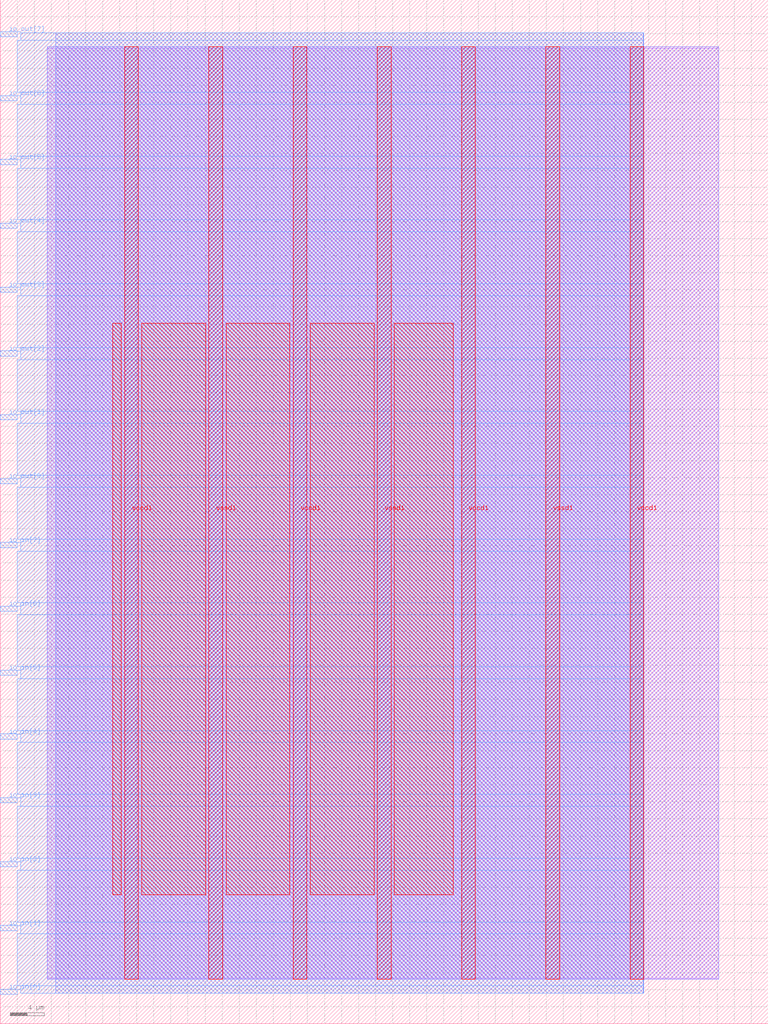
<source format=lef>
VERSION 5.7 ;
  NOWIREEXTENSIONATPIN ON ;
  DIVIDERCHAR "/" ;
  BUSBITCHARS "[]" ;
MACRO azdle_binary_clock
  CLASS BLOCK ;
  FOREIGN azdle_binary_clock ;
  ORIGIN 0.000 0.000 ;
  SIZE 90.000 BY 120.000 ;
  PIN io_in[0]
    DIRECTION INPUT ;
    USE SIGNAL ;
    PORT
      LAYER met3 ;
        RECT 0.000 3.440 2.000 4.040 ;
    END
  END io_in[0]
  PIN io_in[1]
    DIRECTION INPUT ;
    USE SIGNAL ;
    PORT
      LAYER met3 ;
        RECT 0.000 10.920 2.000 11.520 ;
    END
  END io_in[1]
  PIN io_in[2]
    DIRECTION INPUT ;
    USE SIGNAL ;
    PORT
      LAYER met3 ;
        RECT 0.000 18.400 2.000 19.000 ;
    END
  END io_in[2]
  PIN io_in[3]
    DIRECTION INPUT ;
    USE SIGNAL ;
    PORT
      LAYER met3 ;
        RECT 0.000 25.880 2.000 26.480 ;
    END
  END io_in[3]
  PIN io_in[4]
    DIRECTION INPUT ;
    USE SIGNAL ;
    PORT
      LAYER met3 ;
        RECT 0.000 33.360 2.000 33.960 ;
    END
  END io_in[4]
  PIN io_in[5]
    DIRECTION INPUT ;
    USE SIGNAL ;
    PORT
      LAYER met3 ;
        RECT 0.000 40.840 2.000 41.440 ;
    END
  END io_in[5]
  PIN io_in[6]
    DIRECTION INPUT ;
    USE SIGNAL ;
    PORT
      LAYER met3 ;
        RECT 0.000 48.320 2.000 48.920 ;
    END
  END io_in[6]
  PIN io_in[7]
    DIRECTION INPUT ;
    USE SIGNAL ;
    PORT
      LAYER met3 ;
        RECT 0.000 55.800 2.000 56.400 ;
    END
  END io_in[7]
  PIN io_out[0]
    DIRECTION OUTPUT TRISTATE ;
    USE SIGNAL ;
    PORT
      LAYER met3 ;
        RECT 0.000 63.280 2.000 63.880 ;
    END
  END io_out[0]
  PIN io_out[1]
    DIRECTION OUTPUT TRISTATE ;
    USE SIGNAL ;
    PORT
      LAYER met3 ;
        RECT 0.000 70.760 2.000 71.360 ;
    END
  END io_out[1]
  PIN io_out[2]
    DIRECTION OUTPUT TRISTATE ;
    USE SIGNAL ;
    PORT
      LAYER met3 ;
        RECT 0.000 78.240 2.000 78.840 ;
    END
  END io_out[2]
  PIN io_out[3]
    DIRECTION OUTPUT TRISTATE ;
    USE SIGNAL ;
    PORT
      LAYER met3 ;
        RECT 0.000 85.720 2.000 86.320 ;
    END
  END io_out[3]
  PIN io_out[4]
    DIRECTION OUTPUT TRISTATE ;
    USE SIGNAL ;
    PORT
      LAYER met3 ;
        RECT 0.000 93.200 2.000 93.800 ;
    END
  END io_out[4]
  PIN io_out[5]
    DIRECTION OUTPUT TRISTATE ;
    USE SIGNAL ;
    PORT
      LAYER met3 ;
        RECT 0.000 100.680 2.000 101.280 ;
    END
  END io_out[5]
  PIN io_out[6]
    DIRECTION OUTPUT TRISTATE ;
    USE SIGNAL ;
    PORT
      LAYER met3 ;
        RECT 0.000 108.160 2.000 108.760 ;
    END
  END io_out[6]
  PIN io_out[7]
    DIRECTION OUTPUT TRISTATE ;
    USE SIGNAL ;
    PORT
      LAYER met3 ;
        RECT 0.000 115.640 2.000 116.240 ;
    END
  END io_out[7]
  PIN vccd1
    DIRECTION INOUT ;
    USE POWER ;
    PORT
      LAYER met4 ;
        RECT 14.590 5.200 16.190 114.480 ;
    END
    PORT
      LAYER met4 ;
        RECT 34.330 5.200 35.930 114.480 ;
    END
    PORT
      LAYER met4 ;
        RECT 54.070 5.200 55.670 114.480 ;
    END
    PORT
      LAYER met4 ;
        RECT 73.810 5.200 75.410 114.480 ;
    END
  END vccd1
  PIN vssd1
    DIRECTION INOUT ;
    USE GROUND ;
    PORT
      LAYER met4 ;
        RECT 24.460 5.200 26.060 114.480 ;
    END
    PORT
      LAYER met4 ;
        RECT 44.200 5.200 45.800 114.480 ;
    END
    PORT
      LAYER met4 ;
        RECT 63.940 5.200 65.540 114.480 ;
    END
  END vssd1
  OBS
      LAYER li1 ;
        RECT 5.520 5.355 84.180 114.325 ;
      LAYER met1 ;
        RECT 5.520 5.200 84.180 114.480 ;
      LAYER met2 ;
        RECT 6.530 3.555 75.380 116.125 ;
      LAYER met3 ;
        RECT 2.400 115.240 75.400 116.105 ;
        RECT 2.000 109.160 75.400 115.240 ;
        RECT 2.400 107.760 75.400 109.160 ;
        RECT 2.000 101.680 75.400 107.760 ;
        RECT 2.400 100.280 75.400 101.680 ;
        RECT 2.000 94.200 75.400 100.280 ;
        RECT 2.400 92.800 75.400 94.200 ;
        RECT 2.000 86.720 75.400 92.800 ;
        RECT 2.400 85.320 75.400 86.720 ;
        RECT 2.000 79.240 75.400 85.320 ;
        RECT 2.400 77.840 75.400 79.240 ;
        RECT 2.000 71.760 75.400 77.840 ;
        RECT 2.400 70.360 75.400 71.760 ;
        RECT 2.000 64.280 75.400 70.360 ;
        RECT 2.400 62.880 75.400 64.280 ;
        RECT 2.000 56.800 75.400 62.880 ;
        RECT 2.400 55.400 75.400 56.800 ;
        RECT 2.000 49.320 75.400 55.400 ;
        RECT 2.400 47.920 75.400 49.320 ;
        RECT 2.000 41.840 75.400 47.920 ;
        RECT 2.400 40.440 75.400 41.840 ;
        RECT 2.000 34.360 75.400 40.440 ;
        RECT 2.400 32.960 75.400 34.360 ;
        RECT 2.000 26.880 75.400 32.960 ;
        RECT 2.400 25.480 75.400 26.880 ;
        RECT 2.000 19.400 75.400 25.480 ;
        RECT 2.400 18.000 75.400 19.400 ;
        RECT 2.000 11.920 75.400 18.000 ;
        RECT 2.400 10.520 75.400 11.920 ;
        RECT 2.000 4.440 75.400 10.520 ;
        RECT 2.400 3.575 75.400 4.440 ;
      LAYER met4 ;
        RECT 13.175 15.135 14.190 82.105 ;
        RECT 16.590 15.135 24.060 82.105 ;
        RECT 26.460 15.135 33.930 82.105 ;
        RECT 36.330 15.135 43.800 82.105 ;
        RECT 46.200 15.135 53.065 82.105 ;
  END
END azdle_binary_clock
END LIBRARY


</source>
